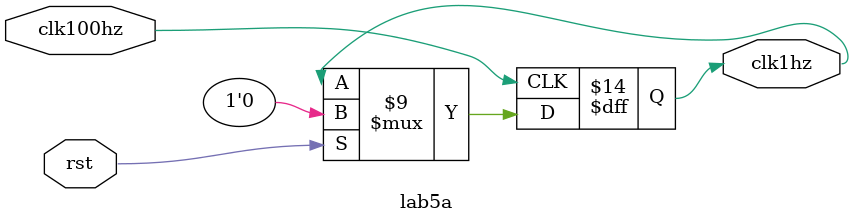
<source format=v>
`timescale 1ns / 1ps
module lab5a(
	input clk100hz,
	input rst,
	output reg clk1hz
    );
	 reg count;

	 always @(posedge clk100hz)
begin
	  if (rst)
	  begin
	   count = 0; 
		clk1hz = 0;
	end
	  else 
	     count=count+1;
		  
	   if(count==100000000)
		    clk1hz =~clk1hz;
  end

endmodule

</source>
